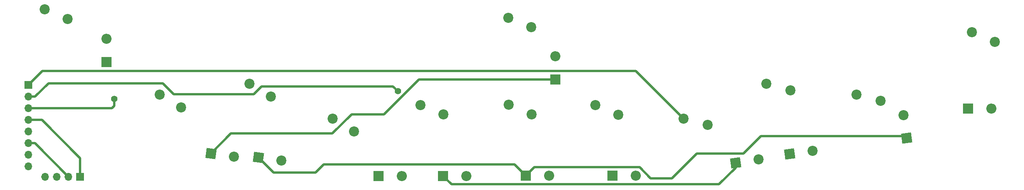
<source format=gbr>
%TF.GenerationSoftware,KiCad,Pcbnew,(7.0.0)*%
%TF.CreationDate,2023-05-23T21:59:03+07:00*%
%TF.ProjectId,top_keyboard_pcb,746f705f-6b65-4796-926f-6172645f7063,rev?*%
%TF.SameCoordinates,Original*%
%TF.FileFunction,Copper,L1,Top*%
%TF.FilePolarity,Positive*%
%FSLAX46Y46*%
G04 Gerber Fmt 4.6, Leading zero omitted, Abs format (unit mm)*
G04 Created by KiCad (PCBNEW (7.0.0)) date 2023-05-23 21:59:03*
%MOMM*%
%LPD*%
G01*
G04 APERTURE LIST*
G04 Aperture macros list*
%AMHorizOval*
0 Thick line with rounded ends*
0 $1 width*
0 $2 $3 position (X,Y) of the first rounded end (center of the circle)*
0 $4 $5 position (X,Y) of the second rounded end (center of the circle)*
0 Add line between two ends*
20,1,$1,$2,$3,$4,$5,0*
0 Add two circle primitives to create the rounded ends*
1,1,$1,$2,$3*
1,1,$1,$4,$5*%
%AMRotRect*
0 Rectangle, with rotation*
0 The origin of the aperture is its center*
0 $1 length*
0 $2 width*
0 $3 Rotation angle, in degrees counterclockwise*
0 Add horizontal line*
21,1,$1,$2,0,0,$3*%
G04 Aperture macros list end*
%TA.AperFunction,ComponentPad*%
%ADD10C,2.200000*%
%TD*%
%TA.AperFunction,ComponentPad*%
%ADD11RotRect,2.200000X2.200000X8.000000*%
%TD*%
%TA.AperFunction,ComponentPad*%
%ADD12HorizOval,2.200000X0.000000X0.000000X0.000000X0.000000X0*%
%TD*%
%TA.AperFunction,ComponentPad*%
%ADD13R,2.200000X2.200000*%
%TD*%
%TA.AperFunction,ComponentPad*%
%ADD14O,2.200000X2.200000*%
%TD*%
%TA.AperFunction,ComponentPad*%
%ADD15RotRect,2.200000X2.200000X352.000000*%
%TD*%
%TA.AperFunction,ComponentPad*%
%ADD16HorizOval,2.200000X0.000000X0.000000X0.000000X0.000000X0*%
%TD*%
%TA.AperFunction,ComponentPad*%
%ADD17R,1.700000X1.700000*%
%TD*%
%TA.AperFunction,ComponentPad*%
%ADD18O,1.700000X1.700000*%
%TD*%
%TA.AperFunction,ComponentPad*%
%ADD19RotRect,2.200000X2.200000X98.000000*%
%TD*%
%TA.AperFunction,ComponentPad*%
%ADD20HorizOval,2.200000X0.000000X0.000000X0.000000X0.000000X0*%
%TD*%
%TA.AperFunction,ViaPad*%
%ADD21C,1.400000*%
%TD*%
%TA.AperFunction,Conductor*%
%ADD22C,0.500000*%
%TD*%
G04 APERTURE END LIST*
D10*
%TO.P,SW12,1,A*%
%TO.N,Net-(J2-Pin_1)*%
X250318013Y-76855871D03*
%TO.P,SW12,2,B*%
%TO.N,Net-(D12-A)*%
X255318013Y-78955871D03*
%TD*%
%TO.P,SW11,1,A*%
%TO.N,Net-(J2-Pin_1)*%
X225222533Y-90455484D03*
%TO.P,SW11,2,B*%
%TO.N,Net-(D10-A)*%
X230466137Y-91839182D03*
%TD*%
%TO.P,SW10,1,A*%
%TO.N,Net-(J2-Pin_1)*%
X205606409Y-88136010D03*
%TO.P,SW10,2,B*%
%TO.N,Net-(D9-A)*%
X210850013Y-89519708D03*
%TD*%
%TO.P,SW9,1,A*%
%TO.N,Net-(J2-Pin_1)*%
X187547645Y-95724004D03*
%TO.P,SW9,2,B*%
%TO.N,Net-(D11-A)*%
X192791249Y-97107702D03*
%TD*%
%TO.P,SW8,1,A*%
%TO.N,Net-(J2-Pin_2)*%
X168349289Y-92732872D03*
%TO.P,SW8,2,B*%
%TO.N,Net-(D8-A)*%
X173349289Y-94832872D03*
%TD*%
%TO.P,SW7,1,A*%
%TO.N,Net-(J2-Pin_2)*%
X149440000Y-92710000D03*
%TO.P,SW7,2,B*%
%TO.N,Net-(D6-A)*%
X154440000Y-94810000D03*
%TD*%
%TO.P,SW6,1,A*%
%TO.N,Net-(J2-Pin_2)*%
X149337293Y-73675443D03*
%TO.P,SW6,2,B*%
%TO.N,Net-(D5-A)*%
X154337293Y-75775443D03*
%TD*%
%TO.P,SW5,1,A*%
%TO.N,Net-(J2-Pin_2)*%
X130234050Y-92720077D03*
%TO.P,SW5,2,B*%
%TO.N,Net-(D7-A)*%
X135234050Y-94820077D03*
%TD*%
%TO.P,SW4,1,A*%
%TO.N,Net-(J2-Pin_3)*%
X111061224Y-95712107D03*
%TO.P,SW4,2,B*%
%TO.N,Net-(D4-A)*%
X115720301Y-98487536D03*
%TD*%
%TO.P,SW3,1,A*%
%TO.N,Net-(J2-Pin_3)*%
X92969914Y-88102073D03*
%TO.P,SW3,2,B*%
%TO.N,Net-(D2-A)*%
X97628991Y-90877502D03*
%TD*%
%TO.P,SW2,1,A*%
%TO.N,Net-(J2-Pin_3)*%
X73386925Y-90487817D03*
%TO.P,SW2,2,B*%
%TO.N,Net-(D1-A)*%
X78046002Y-93263246D03*
%TD*%
%TO.P,SW1,1,A*%
%TO.N,Net-(J2-Pin_3)*%
X48358179Y-71845939D03*
%TO.P,SW1,2,B*%
%TO.N,Net-(D3-A)*%
X53358179Y-73945939D03*
%TD*%
D11*
%TO.P,D11,1,K*%
%TO.N,Net-(D11-K)*%
X198840935Y-105330895D03*
D12*
%TO.P,D11,2,A*%
%TO.N,Net-(D11-A)*%
X203871497Y-104623896D03*
%TD*%
D13*
%TO.P,D6,1,K*%
%TO.N,Net-(D10-K)*%
X153151709Y-108191406D03*
D14*
%TO.P,D6,2,A*%
%TO.N,Net-(D6-A)*%
X158231709Y-108191406D03*
%TD*%
D13*
%TO.P,D12,1,K*%
%TO.N,Net-(D12-K)*%
X249522182Y-93529999D03*
D14*
%TO.P,D12,2,A*%
%TO.N,Net-(D12-A)*%
X254602182Y-93529999D03*
%TD*%
D15*
%TO.P,D2,1,K*%
%TO.N,Net-(D10-K)*%
X94889932Y-104147272D03*
D16*
%TO.P,D2,2,A*%
%TO.N,Net-(D2-A)*%
X99920494Y-104854271D03*
%TD*%
D17*
%TO.P,J2,1,Pin_1*%
%TO.N,Net-(J2-Pin_1)*%
X44769930Y-88392111D03*
D18*
%TO.P,J2,2,Pin_2*%
%TO.N,Net-(J2-Pin_2)*%
X44769930Y-90932111D03*
%TO.P,J2,3,Pin_3*%
%TO.N,Net-(J2-Pin_3)*%
X44769930Y-93472111D03*
%TO.P,J2,4,Pin_4*%
%TO.N,Net-(J1-Pin_1)*%
X44769930Y-96012111D03*
%TO.P,J2,5,Pin_5*%
%TO.N,Net-(D11-K)*%
X44769930Y-98552111D03*
%TO.P,J2,6,Pin_6*%
%TO.N,Net-(D1-K)*%
X44769930Y-101092111D03*
%TO.P,J2,7,Pin_7*%
%TO.N,Net-(D10-K)*%
X44769930Y-103632111D03*
%TO.P,J2,8,Pin_8*%
%TO.N,Net-(D12-K)*%
X44769930Y-106172111D03*
%TD*%
D13*
%TO.P,D7,1,K*%
%TO.N,Net-(D11-K)*%
X135155534Y-108206133D03*
D14*
%TO.P,D7,2,A*%
%TO.N,Net-(D7-A)*%
X140235534Y-108206133D03*
%TD*%
D11*
%TO.P,D9,1,K*%
%TO.N,Net-(D1-K)*%
X210625696Y-103447326D03*
D12*
%TO.P,D9,2,A*%
%TO.N,Net-(D9-A)*%
X215656258Y-102740327D03*
%TD*%
D15*
%TO.P,D1,1,K*%
%TO.N,Net-(D1-K)*%
X84540934Y-103319103D03*
D16*
%TO.P,D1,2,A*%
%TO.N,Net-(D1-A)*%
X89571496Y-104026102D03*
%TD*%
D13*
%TO.P,D4,1,K*%
%TO.N,Net-(D12-K)*%
X121110802Y-108250313D03*
D14*
%TO.P,D4,2,A*%
%TO.N,Net-(D4-A)*%
X126190802Y-108250313D03*
%TD*%
D17*
%TO.P,J1,1,Pin_1*%
%TO.N,Net-(J1-Pin_1)*%
X56077011Y-108433431D03*
D18*
%TO.P,J1,2,Pin_2*%
%TO.N,Net-(D1-K)*%
X53537011Y-108433431D03*
%TO.P,J1,3,Pin_3*%
%TO.N,Net-(D10-K)*%
X50997011Y-108433431D03*
%TO.P,J1,4,Pin_4*%
%TO.N,Net-(D12-K)*%
X48457011Y-108433431D03*
%TD*%
D13*
%TO.P,D8,1,K*%
%TO.N,Net-(D12-K)*%
X172060946Y-108147226D03*
D14*
%TO.P,D8,2,A*%
%TO.N,Net-(D8-A)*%
X177140946Y-108147226D03*
%TD*%
D13*
%TO.P,D3,1,K*%
%TO.N,Net-(D11-K)*%
X61779999Y-83369999D03*
D14*
%TO.P,D3,2,A*%
%TO.N,Net-(D3-A)*%
X61779999Y-78289999D03*
%TD*%
D19*
%TO.P,D10,1,K*%
%TO.N,Net-(D10-K)*%
X236140895Y-99979064D03*
D20*
%TO.P,D10,2,A*%
%TO.N,Net-(D10-A)*%
X235433896Y-94948502D03*
%TD*%
D13*
%TO.P,D5,1,K*%
%TO.N,Net-(D1-K)*%
X159569999Y-87179999D03*
D14*
%TO.P,D5,2,A*%
%TO.N,Net-(D5-A)*%
X159569999Y-82099999D03*
%TD*%
D21*
%TO.N,Net-(J2-Pin_3)*%
X63500000Y-91440000D03*
%TO.N,Net-(J2-Pin_2)*%
X125280000Y-89720000D03*
%TD*%
D22*
%TO.N,Net-(J2-Pin_1)*%
X177153641Y-85330000D02*
X47832043Y-85330000D01*
X47832043Y-85330000D02*
X44769931Y-88392112D01*
X187547645Y-95724004D02*
X177153641Y-85330000D01*
%TO.N,Net-(D1-K)*%
X111021508Y-98969159D02*
X88890880Y-98969159D01*
X115190667Y-94800000D02*
X111021508Y-98969159D01*
X122250610Y-94800000D02*
X115190667Y-94800000D01*
X53537012Y-108433432D02*
X46195692Y-101092112D01*
X46195692Y-101092112D02*
X44769931Y-101092112D01*
X129870610Y-87180000D02*
X122250610Y-94800000D01*
X88890880Y-98969159D02*
X84540935Y-103319104D01*
X159570000Y-87180000D02*
X129870610Y-87180000D01*
%TO.N,Net-(D10-K)*%
X150688006Y-105727703D02*
X109097349Y-105727703D01*
X200561489Y-103338511D02*
X190401489Y-103338511D01*
X180380016Y-108770000D02*
X177951423Y-106341407D01*
X236140896Y-99979065D02*
X235670643Y-99508812D01*
X155001710Y-106341407D02*
X153151710Y-108191407D01*
X153151710Y-108191407D02*
X150688006Y-105727703D01*
X204391188Y-99508812D02*
X200561489Y-103338511D01*
X177951423Y-106341407D02*
X155001710Y-106341407D01*
X109097349Y-105727703D02*
X107325052Y-107500000D01*
X235670643Y-99508812D02*
X204391188Y-99508812D01*
X107325052Y-107500000D02*
X98242660Y-107500000D01*
X98242660Y-107500000D02*
X94889933Y-104147273D01*
X184970000Y-108770000D02*
X180380016Y-108770000D01*
X190401489Y-103338511D02*
X184970000Y-108770000D01*
%TO.N,Net-(D11-K)*%
X137005535Y-110056134D02*
X135155535Y-108206134D01*
X198840936Y-106441706D02*
X195226508Y-110056134D01*
X195226508Y-110056134D02*
X137005535Y-110056134D01*
X198840936Y-105330896D02*
X198840936Y-106441706D01*
%TO.N,Net-(J2-Pin_3)*%
X62992112Y-93472112D02*
X63500000Y-92964224D01*
X63500000Y-92964224D02*
X63500000Y-91440000D01*
X62992112Y-93472112D02*
X44769931Y-93472112D01*
%TO.N,Net-(J2-Pin_2)*%
X93912250Y-90377073D02*
X76493517Y-90377073D01*
X46227888Y-90932112D02*
X44769931Y-90932112D01*
X95612317Y-88677006D02*
X93912250Y-90377073D01*
X49158423Y-88001577D02*
X46227888Y-90932112D01*
X124237006Y-88677006D02*
X95612317Y-88677006D01*
X74118021Y-88001577D02*
X49158423Y-88001577D01*
X125280000Y-89720000D02*
X124237006Y-88677006D01*
X76493517Y-90377073D02*
X74118021Y-88001577D01*
%TO.N,Net-(J1-Pin_1)*%
X47752112Y-96012112D02*
X56077012Y-104337012D01*
X56077012Y-104337012D02*
X56077012Y-108433432D01*
X44769931Y-96012112D02*
X47752112Y-96012112D01*
%TD*%
M02*

</source>
